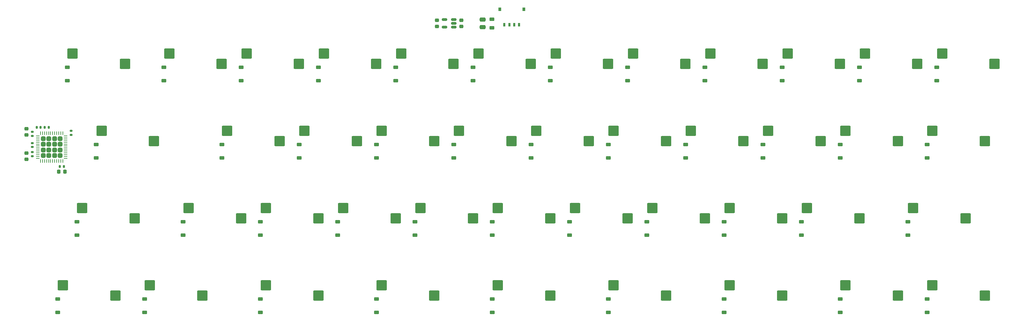
<source format=gbr>
%TF.GenerationSoftware,KiCad,Pcbnew,9.99.0-5522-g400384cf72*%
%TF.CreationDate,2026-02-12T00:01:38-08:00*%
%TF.ProjectId,amb-kb,616d622d-6b62-42e6-9b69-6361645f7063,rev?*%
%TF.SameCoordinates,Original*%
%TF.FileFunction,Paste,Top*%
%TF.FilePolarity,Positive*%
%FSLAX46Y46*%
G04 Gerber Fmt 4.6, Leading zero omitted, Abs format (unit mm)*
G04 Created by KiCad (PCBNEW 9.99.0-5522-g400384cf72) date 2026-02-12 00:01:38*
%MOMM*%
%LPD*%
G01*
G04 APERTURE LIST*
G04 Aperture macros list*
%AMRoundRect*
0 Rectangle with rounded corners*
0 $1 Rounding radius*
0 $2 $3 $4 $5 $6 $7 $8 $9 X,Y pos of 4 corners*
0 Add a 4 corners polygon primitive as box body*
4,1,4,$2,$3,$4,$5,$6,$7,$8,$9,$2,$3,0*
0 Add four circle primitives for the rounded corners*
1,1,$1+$1,$2,$3*
1,1,$1+$1,$4,$5*
1,1,$1+$1,$6,$7*
1,1,$1+$1,$8,$9*
0 Add four rect primitives between the rounded corners*
20,1,$1+$1,$2,$3,$4,$5,0*
20,1,$1+$1,$4,$5,$6,$7,0*
20,1,$1+$1,$6,$7,$8,$9,0*
20,1,$1+$1,$8,$9,$2,$3,0*%
G04 Aperture macros list end*
%ADD10RoundRect,0.225000X0.375000X-0.225000X0.375000X0.225000X-0.375000X0.225000X-0.375000X-0.225000X0*%
%ADD11RoundRect,0.200000X-1.075000X-1.050000X1.075000X-1.050000X1.075000X1.050000X-1.075000X1.050000X0*%
%ADD12R,0.609600X0.889000*%
%ADD13R,0.762000X0.838200*%
%ADD14RoundRect,0.140000X0.170000X-0.140000X0.170000X0.140000X-0.170000X0.140000X-0.170000X-0.140000X0*%
%ADD15RoundRect,0.250000X-0.315000X-0.315000X0.315000X-0.315000X0.315000X0.315000X-0.315000X0.315000X0*%
%ADD16RoundRect,0.062500X-0.375000X-0.062500X0.375000X-0.062500X0.375000X0.062500X-0.375000X0.062500X0*%
%ADD17RoundRect,0.062500X-0.062500X-0.375000X0.062500X-0.375000X0.062500X0.375000X-0.062500X0.375000X0*%
%ADD18RoundRect,0.140000X0.140000X0.170000X-0.140000X0.170000X-0.140000X-0.170000X0.140000X-0.170000X0*%
%ADD19RoundRect,0.250000X-0.475000X0.250000X-0.475000X-0.250000X0.475000X-0.250000X0.475000X0.250000X0*%
%ADD20RoundRect,0.135000X0.135000X0.185000X-0.135000X0.185000X-0.135000X-0.185000X0.135000X-0.185000X0*%
%ADD21RoundRect,0.225000X-0.250000X0.225000X-0.250000X-0.225000X0.250000X-0.225000X0.250000X0.225000X0*%
%ADD22RoundRect,0.225000X0.250000X-0.225000X0.250000X0.225000X-0.250000X0.225000X-0.250000X-0.225000X0*%
%ADD23RoundRect,0.218750X-0.381250X0.218750X-0.381250X-0.218750X0.381250X-0.218750X0.381250X0.218750X0*%
%ADD24RoundRect,0.140000X-0.170000X0.140000X-0.170000X-0.140000X0.170000X-0.140000X0.170000X0.140000X0*%
%ADD25RoundRect,0.225000X0.225000X0.250000X-0.225000X0.250000X-0.225000X-0.250000X0.225000X-0.250000X0*%
%ADD26RoundRect,0.150000X0.512500X0.150000X-0.512500X0.150000X-0.512500X-0.150000X0.512500X-0.150000X0*%
G04 APERTURE END LIST*
D10*
%TO.C,D13*%
X249377084Y-90499701D03*
X249377084Y-87199701D03*
%TD*%
%TO.C,D6*%
X156508334Y-71449701D03*
X156508334Y-68149701D03*
%TD*%
%TO.C,D9*%
X99358334Y-71449701D03*
X99358334Y-68149701D03*
%TD*%
%TO.C,D26*%
X199370834Y-109549701D03*
X199370834Y-106249701D03*
%TD*%
D11*
%TO.C,MX29*%
X156449584Y-105359701D03*
X143522584Y-102819701D03*
%TD*%
%TO.C,MX16*%
X204074584Y-86309701D03*
X191147584Y-83769701D03*
%TD*%
D10*
%TO.C,D17*%
X170795834Y-90499701D03*
X170795834Y-87199701D03*
%TD*%
D11*
%TO.C,MX1*%
X265987084Y-67259701D03*
X253060084Y-64719701D03*
%TD*%
%TO.C,MX21*%
X108824584Y-86309701D03*
X95897584Y-83769701D03*
%TD*%
D10*
%TO.C,D36*%
X227945834Y-128599701D03*
X227945834Y-125299701D03*
%TD*%
D11*
%TO.C,MX43*%
X49293334Y-124409701D03*
X36366334Y-121869701D03*
%TD*%
%TO.C,MX6*%
X170737084Y-67259701D03*
X157810084Y-64719701D03*
%TD*%
D10*
%TO.C,D3*%
X213658334Y-71449701D03*
X213658334Y-68149701D03*
%TD*%
D11*
%TO.C,MX8*%
X132637084Y-67259701D03*
X119710084Y-64719701D03*
%TD*%
%TO.C,MX19*%
X146924584Y-86309701D03*
X133997584Y-83769701D03*
%TD*%
D12*
%TO.C,J1*%
X148783333Y-57595101D03*
X147583333Y-57595101D03*
X146383335Y-57595101D03*
X145183335Y-57595101D03*
D13*
X149933333Y-53820100D03*
X144033335Y-53820100D03*
%TD*%
D11*
%TO.C,MX5*%
X189787084Y-67259701D03*
X176860084Y-64719701D03*
%TD*%
D10*
%TO.C,D15*%
X208895834Y-90499701D03*
X208895834Y-87199701D03*
%TD*%
%TO.C,D8*%
X118408334Y-71449701D03*
X118408334Y-68149701D03*
%TD*%
D14*
%TO.C,C4*%
X28839584Y-85029701D03*
X28839584Y-84069701D03*
%TD*%
D11*
%TO.C,MX41*%
X99299584Y-124409701D03*
X86372584Y-121869701D03*
%TD*%
D15*
%TO.C,U1*%
X31489584Y-85699701D03*
X31489584Y-87099701D03*
X31489584Y-88499701D03*
X31489584Y-89899701D03*
X32889584Y-85699701D03*
X32889584Y-87099701D03*
X32889584Y-88499701D03*
X32889584Y-89899701D03*
X34289584Y-85699701D03*
X34289584Y-87099701D03*
X34289584Y-88499701D03*
X34289584Y-89899701D03*
X35689584Y-85699701D03*
X35689584Y-87099701D03*
X35689584Y-88499701D03*
X35689584Y-89899701D03*
D16*
X30152084Y-85049701D03*
X30152084Y-85549701D03*
X30152084Y-86049701D03*
X30152084Y-86549701D03*
X30152084Y-87049701D03*
X30152084Y-87549701D03*
X30152084Y-88049701D03*
X30152084Y-88549701D03*
X30152084Y-89049701D03*
X30152084Y-89549701D03*
X30152084Y-90049701D03*
X30152084Y-90549701D03*
D17*
X30839584Y-91237201D03*
X31339584Y-91237201D03*
X31839584Y-91237201D03*
X32339584Y-91237201D03*
X32839584Y-91237201D03*
X33339584Y-91237201D03*
X33839584Y-91237201D03*
X34339584Y-91237201D03*
X34839584Y-91237201D03*
X35339584Y-91237201D03*
X35839584Y-91237201D03*
X36339584Y-91237201D03*
D16*
X37027084Y-90549701D03*
X37027084Y-90049701D03*
X37027084Y-89549701D03*
X37027084Y-89049701D03*
X37027084Y-88549701D03*
X37027084Y-88049701D03*
X37027084Y-87549701D03*
X37027084Y-87049701D03*
X37027084Y-86549701D03*
X37027084Y-86049701D03*
X37027084Y-85549701D03*
X37027084Y-85049701D03*
D17*
X36339584Y-84362201D03*
X35839584Y-84362201D03*
X35339584Y-84362201D03*
X34839584Y-84362201D03*
X34339584Y-84362201D03*
X33839584Y-84362201D03*
X33339584Y-84362201D03*
X32839584Y-84362201D03*
X32339584Y-84362201D03*
X31839584Y-84362201D03*
X31339584Y-84362201D03*
X30839584Y-84362201D03*
%TD*%
D11*
%TO.C,MX33*%
X80249584Y-105359701D03*
X67322584Y-102819701D03*
%TD*%
%TO.C,MX24*%
X258843334Y-105359701D03*
X245916334Y-102819701D03*
%TD*%
D10*
%TO.C,D7*%
X137458334Y-71449701D03*
X137458334Y-68149701D03*
%TD*%
%TO.C,D12*%
X37445834Y-71449701D03*
X37445834Y-68149701D03*
%TD*%
D11*
%TO.C,MX22*%
X89774584Y-86309701D03*
X76847584Y-83769701D03*
%TD*%
D18*
%TO.C,C6*%
X36569584Y-92549701D03*
X35609584Y-92549701D03*
%TD*%
D10*
%TO.C,D16*%
X189845834Y-90499701D03*
X189845834Y-87199701D03*
%TD*%
%TO.C,D22*%
X75545834Y-90499701D03*
X75545834Y-87199701D03*
%TD*%
%TO.C,D23*%
X44589584Y-90499701D03*
X44589584Y-87199701D03*
%TD*%
D11*
%TO.C,MX31*%
X118349584Y-105359701D03*
X105422584Y-102819701D03*
%TD*%
%TO.C,MX39*%
X156449584Y-124409701D03*
X143522584Y-121869701D03*
%TD*%
D10*
%TO.C,D34*%
X39827084Y-109549701D03*
X39827084Y-106249701D03*
%TD*%
D11*
%TO.C,MX3*%
X227887084Y-67259701D03*
X214960084Y-64719701D03*
%TD*%
D10*
%TO.C,D43*%
X35064584Y-128599701D03*
X35064584Y-125299701D03*
%TD*%
D11*
%TO.C,MX35*%
X263605834Y-124409701D03*
X250678834Y-121869701D03*
%TD*%
%TO.C,MX10*%
X94537084Y-67259701D03*
X81610084Y-64719701D03*
%TD*%
D10*
%TO.C,D40*%
X113645834Y-128599701D03*
X113645834Y-125299701D03*
%TD*%
D19*
%TO.C,C1*%
X139839584Y-56349701D03*
X139839584Y-58249701D03*
%TD*%
D10*
%TO.C,D11*%
X61258334Y-71449701D03*
X61258334Y-68149701D03*
%TD*%
%TO.C,D33*%
X66020834Y-109549701D03*
X66020834Y-106249701D03*
%TD*%
D11*
%TO.C,MX34*%
X54055834Y-105359701D03*
X41128834Y-102819701D03*
%TD*%
%TO.C,MX30*%
X137399584Y-105359701D03*
X124472584Y-102819701D03*
%TD*%
D10*
%TO.C,D41*%
X85070834Y-128599701D03*
X85070834Y-125299701D03*
%TD*%
D11*
%TO.C,MX42*%
X70724584Y-124409701D03*
X57797584Y-121869701D03*
%TD*%
%TO.C,MX7*%
X151687084Y-67259701D03*
X138760084Y-64719701D03*
%TD*%
%TO.C,MX32*%
X99299584Y-105359701D03*
X86372584Y-102819701D03*
%TD*%
D20*
%TO.C,R1*%
X32862084Y-82955951D03*
X31842084Y-82955951D03*
%TD*%
D11*
%TO.C,MX25*%
X232649584Y-105359701D03*
X219722584Y-102819701D03*
%TD*%
D21*
%TO.C,C12*%
X128589584Y-56524701D03*
X128589584Y-58074701D03*
%TD*%
D10*
%TO.C,D31*%
X104120834Y-109549701D03*
X104120834Y-106249701D03*
%TD*%
D11*
%TO.C,MX20*%
X127874584Y-86309701D03*
X114947584Y-83769701D03*
%TD*%
D22*
%TO.C,C11*%
X134589584Y-58074701D03*
X134589584Y-56524701D03*
%TD*%
D23*
%TO.C,FB1*%
X142089584Y-56237201D03*
X142089584Y-58362201D03*
%TD*%
D11*
%TO.C,MX28*%
X175499584Y-105359701D03*
X162572584Y-102819701D03*
%TD*%
%TO.C,MX9*%
X113587084Y-67259701D03*
X100660084Y-64719701D03*
%TD*%
D14*
%TO.C,C10*%
X38339584Y-84779701D03*
X38339584Y-83819701D03*
%TD*%
D11*
%TO.C,MX18*%
X165974584Y-86309701D03*
X153047584Y-83769701D03*
%TD*%
%TO.C,MX26*%
X213599584Y-105359701D03*
X200672584Y-102819701D03*
%TD*%
D24*
%TO.C,C8*%
X28839584Y-89069701D03*
X28839584Y-90029701D03*
%TD*%
D14*
%TO.C,C2*%
X28839584Y-87779701D03*
X28839584Y-86819701D03*
%TD*%
D10*
%TO.C,D35*%
X249377084Y-128599701D03*
X249377084Y-125299701D03*
%TD*%
%TO.C,D39*%
X142220834Y-128599701D03*
X142220834Y-125299701D03*
%TD*%
%TO.C,D30*%
X123170834Y-109549701D03*
X123170834Y-106249701D03*
%TD*%
%TO.C,D4*%
X194608334Y-71449701D03*
X194608334Y-68149701D03*
%TD*%
D11*
%TO.C,MX12*%
X51674584Y-67259701D03*
X38747584Y-64719701D03*
%TD*%
%TO.C,MX11*%
X75487084Y-67259701D03*
X62560084Y-64719701D03*
%TD*%
D10*
%TO.C,D42*%
X56495834Y-128599701D03*
X56495834Y-125299701D03*
%TD*%
%TO.C,D2*%
X232708334Y-71449701D03*
X232708334Y-68149701D03*
%TD*%
%TO.C,D32*%
X85070834Y-109549701D03*
X85070834Y-106249701D03*
%TD*%
D11*
%TO.C,MX23*%
X58818334Y-86309701D03*
X45891334Y-83769701D03*
%TD*%
%TO.C,MX13*%
X263605834Y-86309701D03*
X250678834Y-83769701D03*
%TD*%
D10*
%TO.C,D20*%
X113645834Y-90499701D03*
X113645834Y-87199701D03*
%TD*%
%TO.C,D25*%
X218420834Y-109549701D03*
X218420834Y-106249701D03*
%TD*%
%TO.C,D29*%
X142220834Y-109549701D03*
X142220834Y-106249701D03*
%TD*%
D21*
%TO.C,C7*%
X27339584Y-89274701D03*
X27339584Y-90824701D03*
%TD*%
D10*
%TO.C,D28*%
X161270834Y-109549701D03*
X161270834Y-106249701D03*
%TD*%
D18*
%TO.C,C5*%
X30850834Y-82955951D03*
X29890834Y-82955951D03*
%TD*%
D10*
%TO.C,D5*%
X175558334Y-71449701D03*
X175558334Y-68149701D03*
%TD*%
D11*
%TO.C,MX4*%
X208837084Y-67259701D03*
X195910084Y-64719701D03*
%TD*%
%TO.C,MX2*%
X246937084Y-67259701D03*
X234010084Y-64719701D03*
%TD*%
D25*
%TO.C,C3*%
X36864584Y-93879387D03*
X35314584Y-93879387D03*
%TD*%
D11*
%TO.C,MX38*%
X185024584Y-124409701D03*
X172097584Y-121869701D03*
%TD*%
D10*
%TO.C,D19*%
X132695834Y-90499701D03*
X132695834Y-87199701D03*
%TD*%
%TO.C,D21*%
X94595834Y-90499701D03*
X94595834Y-87199701D03*
%TD*%
%TO.C,D18*%
X151745834Y-90499701D03*
X151745834Y-87199701D03*
%TD*%
%TO.C,D27*%
X180320834Y-109549701D03*
X180320834Y-106249701D03*
%TD*%
D11*
%TO.C,MX27*%
X194549584Y-105359701D03*
X181622584Y-102819701D03*
%TD*%
D10*
%TO.C,D37*%
X199370834Y-128599701D03*
X199370834Y-125299701D03*
%TD*%
%TO.C,D38*%
X170795834Y-128599701D03*
X170795834Y-125299701D03*
%TD*%
%TO.C,D10*%
X80308334Y-71449701D03*
X80308334Y-68149701D03*
%TD*%
D11*
%TO.C,MX17*%
X185024584Y-86309701D03*
X172097584Y-83769701D03*
%TD*%
%TO.C,MX37*%
X213599584Y-124409701D03*
X200672584Y-121869701D03*
%TD*%
%TO.C,MX14*%
X242174584Y-86309701D03*
X229247584Y-83769701D03*
%TD*%
D10*
%TO.C,D14*%
X227945834Y-90499701D03*
X227945834Y-87199701D03*
%TD*%
D22*
%TO.C,C9*%
X27339584Y-84824701D03*
X27339584Y-83274701D03*
%TD*%
D11*
%TO.C,MX40*%
X127874584Y-124409701D03*
X114947584Y-121869701D03*
%TD*%
%TO.C,MX15*%
X223124584Y-86309701D03*
X210197584Y-83769701D03*
%TD*%
%TO.C,MX36*%
X242174584Y-124409701D03*
X229247584Y-121869701D03*
%TD*%
D10*
%TO.C,D24*%
X244614584Y-109549701D03*
X244614584Y-106249701D03*
%TD*%
%TO.C,D1*%
X251758334Y-71449701D03*
X251758334Y-68149701D03*
%TD*%
D26*
%TO.C,U2*%
X132727084Y-58249701D03*
X132727084Y-57299701D03*
X132727084Y-56349701D03*
X130452084Y-56349701D03*
X130452084Y-58249701D03*
%TD*%
M02*

</source>
